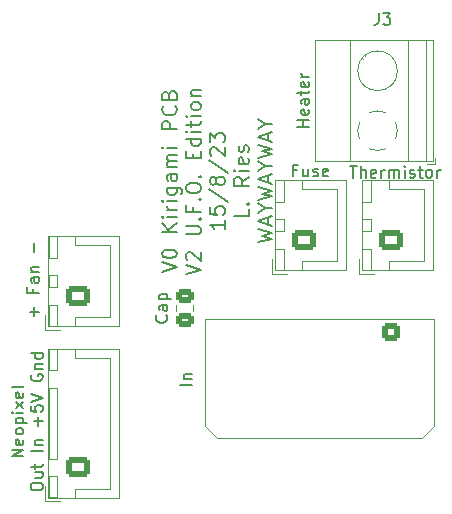
<source format=gto>
G04 #@! TF.GenerationSoftware,KiCad,Pcbnew,7.0.1*
G04 #@! TF.CreationDate,2023-09-20T22:51:36-04:00*
G04 #@! TF.ProjectId,kirigami_pcb,6b697269-6761-46d6-995f-7063622e6b69,rev?*
G04 #@! TF.SameCoordinates,Original*
G04 #@! TF.FileFunction,Legend,Top*
G04 #@! TF.FilePolarity,Positive*
%FSLAX46Y46*%
G04 Gerber Fmt 4.6, Leading zero omitted, Abs format (unit mm)*
G04 Created by KiCad (PCBNEW 7.0.1) date 2023-09-20 22:51:36*
%MOMM*%
%LPD*%
G01*
G04 APERTURE LIST*
G04 Aperture macros list*
%AMRoundRect*
0 Rectangle with rounded corners*
0 $1 Rounding radius*
0 $2 $3 $4 $5 $6 $7 $8 $9 X,Y pos of 4 corners*
0 Add a 4 corners polygon primitive as box body*
4,1,4,$2,$3,$4,$5,$6,$7,$8,$9,$2,$3,0*
0 Add four circle primitives for the rounded corners*
1,1,$1+$1,$2,$3*
1,1,$1+$1,$4,$5*
1,1,$1+$1,$6,$7*
1,1,$1+$1,$8,$9*
0 Add four rect primitives between the rounded corners*
20,1,$1+$1,$2,$3,$4,$5,0*
20,1,$1+$1,$4,$5,$6,$7,0*
20,1,$1+$1,$6,$7,$8,$9,0*
20,1,$1+$1,$8,$9,$2,$3,0*%
G04 Aperture macros list end*
%ADD10C,0.200000*%
%ADD11C,0.150000*%
%ADD12C,0.120000*%
%ADD13C,3.200000*%
%ADD14RoundRect,0.250000X0.750000X-0.600000X0.750000X0.600000X-0.750000X0.600000X-0.750000X-0.600000X0*%
%ADD15O,2.000000X1.700000*%
%ADD16RoundRect,0.250000X0.725000X-0.600000X0.725000X0.600000X-0.725000X0.600000X-0.725000X-0.600000X0*%
%ADD17O,1.950000X1.700000*%
%ADD18R,2.600000X2.600000*%
%ADD19C,2.600000*%
%ADD20RoundRect,0.250000X0.475000X-0.337500X0.475000X0.337500X-0.475000X0.337500X-0.475000X-0.337500X0*%
%ADD21C,3.000000*%
%ADD22RoundRect,0.250001X0.499999X0.499999X-0.499999X0.499999X-0.499999X-0.499999X0.499999X-0.499999X0*%
%ADD23C,1.500000*%
G04 APERTURE END LIST*
D10*
X208653273Y-56958333D02*
X209903273Y-56541666D01*
X209903273Y-56541666D02*
X208653273Y-56125000D01*
X208653273Y-55470237D02*
X208653273Y-55351190D01*
X208653273Y-55351190D02*
X208712797Y-55232142D01*
X208712797Y-55232142D02*
X208772321Y-55172618D01*
X208772321Y-55172618D02*
X208891369Y-55113094D01*
X208891369Y-55113094D02*
X209129464Y-55053571D01*
X209129464Y-55053571D02*
X209427083Y-55053571D01*
X209427083Y-55053571D02*
X209665178Y-55113094D01*
X209665178Y-55113094D02*
X209784226Y-55172618D01*
X209784226Y-55172618D02*
X209843750Y-55232142D01*
X209843750Y-55232142D02*
X209903273Y-55351190D01*
X209903273Y-55351190D02*
X209903273Y-55470237D01*
X209903273Y-55470237D02*
X209843750Y-55589285D01*
X209843750Y-55589285D02*
X209784226Y-55648809D01*
X209784226Y-55648809D02*
X209665178Y-55708332D01*
X209665178Y-55708332D02*
X209427083Y-55767856D01*
X209427083Y-55767856D02*
X209129464Y-55767856D01*
X209129464Y-55767856D02*
X208891369Y-55708332D01*
X208891369Y-55708332D02*
X208772321Y-55648809D01*
X208772321Y-55648809D02*
X208712797Y-55589285D01*
X208712797Y-55589285D02*
X208653273Y-55470237D01*
X209903273Y-53565475D02*
X208653273Y-53565475D01*
X209903273Y-52851190D02*
X209188988Y-53386904D01*
X208653273Y-52851190D02*
X209367559Y-53565475D01*
X209903273Y-52315475D02*
X209069940Y-52315475D01*
X208653273Y-52315475D02*
X208712797Y-52374999D01*
X208712797Y-52374999D02*
X208772321Y-52315475D01*
X208772321Y-52315475D02*
X208712797Y-52255952D01*
X208712797Y-52255952D02*
X208653273Y-52315475D01*
X208653273Y-52315475D02*
X208772321Y-52315475D01*
X209903273Y-51720237D02*
X209069940Y-51720237D01*
X209308035Y-51720237D02*
X209188988Y-51660714D01*
X209188988Y-51660714D02*
X209129464Y-51601190D01*
X209129464Y-51601190D02*
X209069940Y-51482142D01*
X209069940Y-51482142D02*
X209069940Y-51363095D01*
X209903273Y-50946427D02*
X209069940Y-50946427D01*
X208653273Y-50946427D02*
X208712797Y-51005951D01*
X208712797Y-51005951D02*
X208772321Y-50946427D01*
X208772321Y-50946427D02*
X208712797Y-50886904D01*
X208712797Y-50886904D02*
X208653273Y-50946427D01*
X208653273Y-50946427D02*
X208772321Y-50946427D01*
X209069940Y-49815475D02*
X210081845Y-49815475D01*
X210081845Y-49815475D02*
X210200892Y-49874999D01*
X210200892Y-49874999D02*
X210260416Y-49934523D01*
X210260416Y-49934523D02*
X210319940Y-50053570D01*
X210319940Y-50053570D02*
X210319940Y-50232142D01*
X210319940Y-50232142D02*
X210260416Y-50351189D01*
X209843750Y-49815475D02*
X209903273Y-49934523D01*
X209903273Y-49934523D02*
X209903273Y-50172618D01*
X209903273Y-50172618D02*
X209843750Y-50291666D01*
X209843750Y-50291666D02*
X209784226Y-50351189D01*
X209784226Y-50351189D02*
X209665178Y-50410713D01*
X209665178Y-50410713D02*
X209308035Y-50410713D01*
X209308035Y-50410713D02*
X209188988Y-50351189D01*
X209188988Y-50351189D02*
X209129464Y-50291666D01*
X209129464Y-50291666D02*
X209069940Y-50172618D01*
X209069940Y-50172618D02*
X209069940Y-49934523D01*
X209069940Y-49934523D02*
X209129464Y-49815475D01*
X209903273Y-48684523D02*
X209248511Y-48684523D01*
X209248511Y-48684523D02*
X209129464Y-48744047D01*
X209129464Y-48744047D02*
X209069940Y-48863095D01*
X209069940Y-48863095D02*
X209069940Y-49101190D01*
X209069940Y-49101190D02*
X209129464Y-49220237D01*
X209843750Y-48684523D02*
X209903273Y-48803571D01*
X209903273Y-48803571D02*
X209903273Y-49101190D01*
X209903273Y-49101190D02*
X209843750Y-49220237D01*
X209843750Y-49220237D02*
X209724702Y-49279761D01*
X209724702Y-49279761D02*
X209605654Y-49279761D01*
X209605654Y-49279761D02*
X209486607Y-49220237D01*
X209486607Y-49220237D02*
X209427083Y-49101190D01*
X209427083Y-49101190D02*
X209427083Y-48803571D01*
X209427083Y-48803571D02*
X209367559Y-48684523D01*
X209903273Y-48089285D02*
X209069940Y-48089285D01*
X209188988Y-48089285D02*
X209129464Y-48029762D01*
X209129464Y-48029762D02*
X209069940Y-47910714D01*
X209069940Y-47910714D02*
X209069940Y-47732143D01*
X209069940Y-47732143D02*
X209129464Y-47613095D01*
X209129464Y-47613095D02*
X209248511Y-47553571D01*
X209248511Y-47553571D02*
X209903273Y-47553571D01*
X209248511Y-47553571D02*
X209129464Y-47494047D01*
X209129464Y-47494047D02*
X209069940Y-47375000D01*
X209069940Y-47375000D02*
X209069940Y-47196428D01*
X209069940Y-47196428D02*
X209129464Y-47077381D01*
X209129464Y-47077381D02*
X209248511Y-47017857D01*
X209248511Y-47017857D02*
X209903273Y-47017857D01*
X209903273Y-46422618D02*
X209069940Y-46422618D01*
X208653273Y-46422618D02*
X208712797Y-46482142D01*
X208712797Y-46482142D02*
X208772321Y-46422618D01*
X208772321Y-46422618D02*
X208712797Y-46363095D01*
X208712797Y-46363095D02*
X208653273Y-46422618D01*
X208653273Y-46422618D02*
X208772321Y-46422618D01*
X209903273Y-44874999D02*
X208653273Y-44874999D01*
X208653273Y-44874999D02*
X208653273Y-44398809D01*
X208653273Y-44398809D02*
X208712797Y-44279761D01*
X208712797Y-44279761D02*
X208772321Y-44220238D01*
X208772321Y-44220238D02*
X208891369Y-44160714D01*
X208891369Y-44160714D02*
X209069940Y-44160714D01*
X209069940Y-44160714D02*
X209188988Y-44220238D01*
X209188988Y-44220238D02*
X209248511Y-44279761D01*
X209248511Y-44279761D02*
X209308035Y-44398809D01*
X209308035Y-44398809D02*
X209308035Y-44874999D01*
X209784226Y-42910714D02*
X209843750Y-42970238D01*
X209843750Y-42970238D02*
X209903273Y-43148809D01*
X209903273Y-43148809D02*
X209903273Y-43267857D01*
X209903273Y-43267857D02*
X209843750Y-43446428D01*
X209843750Y-43446428D02*
X209724702Y-43565476D01*
X209724702Y-43565476D02*
X209605654Y-43624999D01*
X209605654Y-43624999D02*
X209367559Y-43684523D01*
X209367559Y-43684523D02*
X209188988Y-43684523D01*
X209188988Y-43684523D02*
X208950892Y-43624999D01*
X208950892Y-43624999D02*
X208831845Y-43565476D01*
X208831845Y-43565476D02*
X208712797Y-43446428D01*
X208712797Y-43446428D02*
X208653273Y-43267857D01*
X208653273Y-43267857D02*
X208653273Y-43148809D01*
X208653273Y-43148809D02*
X208712797Y-42970238D01*
X208712797Y-42970238D02*
X208772321Y-42910714D01*
X209248511Y-41958333D02*
X209308035Y-41779761D01*
X209308035Y-41779761D02*
X209367559Y-41720238D01*
X209367559Y-41720238D02*
X209486607Y-41660714D01*
X209486607Y-41660714D02*
X209665178Y-41660714D01*
X209665178Y-41660714D02*
X209784226Y-41720238D01*
X209784226Y-41720238D02*
X209843750Y-41779761D01*
X209843750Y-41779761D02*
X209903273Y-41898809D01*
X209903273Y-41898809D02*
X209903273Y-42374999D01*
X209903273Y-42374999D02*
X208653273Y-42374999D01*
X208653273Y-42374999D02*
X208653273Y-41958333D01*
X208653273Y-41958333D02*
X208712797Y-41839285D01*
X208712797Y-41839285D02*
X208772321Y-41779761D01*
X208772321Y-41779761D02*
X208891369Y-41720238D01*
X208891369Y-41720238D02*
X209010416Y-41720238D01*
X209010416Y-41720238D02*
X209129464Y-41779761D01*
X209129464Y-41779761D02*
X209188988Y-41839285D01*
X209188988Y-41839285D02*
X209248511Y-41958333D01*
X209248511Y-41958333D02*
X209248511Y-42374999D01*
X210678273Y-57166666D02*
X211928273Y-56749999D01*
X211928273Y-56749999D02*
X210678273Y-56333333D01*
X210797321Y-55976189D02*
X210737797Y-55916665D01*
X210737797Y-55916665D02*
X210678273Y-55797618D01*
X210678273Y-55797618D02*
X210678273Y-55499999D01*
X210678273Y-55499999D02*
X210737797Y-55380951D01*
X210737797Y-55380951D02*
X210797321Y-55321427D01*
X210797321Y-55321427D02*
X210916369Y-55261904D01*
X210916369Y-55261904D02*
X211035416Y-55261904D01*
X211035416Y-55261904D02*
X211213988Y-55321427D01*
X211213988Y-55321427D02*
X211928273Y-56035713D01*
X211928273Y-56035713D02*
X211928273Y-55261904D01*
X210678273Y-53773808D02*
X211690178Y-53773808D01*
X211690178Y-53773808D02*
X211809226Y-53714285D01*
X211809226Y-53714285D02*
X211868750Y-53654761D01*
X211868750Y-53654761D02*
X211928273Y-53535713D01*
X211928273Y-53535713D02*
X211928273Y-53297618D01*
X211928273Y-53297618D02*
X211868750Y-53178570D01*
X211868750Y-53178570D02*
X211809226Y-53119047D01*
X211809226Y-53119047D02*
X211690178Y-53059523D01*
X211690178Y-53059523D02*
X210678273Y-53059523D01*
X211809226Y-52464284D02*
X211868750Y-52404761D01*
X211868750Y-52404761D02*
X211928273Y-52464284D01*
X211928273Y-52464284D02*
X211868750Y-52523808D01*
X211868750Y-52523808D02*
X211809226Y-52464284D01*
X211809226Y-52464284D02*
X211928273Y-52464284D01*
X211273511Y-51452380D02*
X211273511Y-51869046D01*
X211928273Y-51869046D02*
X210678273Y-51869046D01*
X210678273Y-51869046D02*
X210678273Y-51273808D01*
X211809226Y-50797617D02*
X211868750Y-50738094D01*
X211868750Y-50738094D02*
X211928273Y-50797617D01*
X211928273Y-50797617D02*
X211868750Y-50857141D01*
X211868750Y-50857141D02*
X211809226Y-50797617D01*
X211809226Y-50797617D02*
X211928273Y-50797617D01*
X210678273Y-49964284D02*
X210678273Y-49726189D01*
X210678273Y-49726189D02*
X210737797Y-49607141D01*
X210737797Y-49607141D02*
X210856845Y-49488094D01*
X210856845Y-49488094D02*
X211094940Y-49428570D01*
X211094940Y-49428570D02*
X211511607Y-49428570D01*
X211511607Y-49428570D02*
X211749702Y-49488094D01*
X211749702Y-49488094D02*
X211868750Y-49607141D01*
X211868750Y-49607141D02*
X211928273Y-49726189D01*
X211928273Y-49726189D02*
X211928273Y-49964284D01*
X211928273Y-49964284D02*
X211868750Y-50083332D01*
X211868750Y-50083332D02*
X211749702Y-50202379D01*
X211749702Y-50202379D02*
X211511607Y-50261903D01*
X211511607Y-50261903D02*
X211094940Y-50261903D01*
X211094940Y-50261903D02*
X210856845Y-50202379D01*
X210856845Y-50202379D02*
X210737797Y-50083332D01*
X210737797Y-50083332D02*
X210678273Y-49964284D01*
X211809226Y-48892855D02*
X211868750Y-48833332D01*
X211868750Y-48833332D02*
X211928273Y-48892855D01*
X211928273Y-48892855D02*
X211868750Y-48952379D01*
X211868750Y-48952379D02*
X211809226Y-48892855D01*
X211809226Y-48892855D02*
X211928273Y-48892855D01*
X211273511Y-47345236D02*
X211273511Y-46928570D01*
X211928273Y-46749998D02*
X211928273Y-47345236D01*
X211928273Y-47345236D02*
X210678273Y-47345236D01*
X210678273Y-47345236D02*
X210678273Y-46749998D01*
X211928273Y-45678570D02*
X210678273Y-45678570D01*
X211868750Y-45678570D02*
X211928273Y-45797618D01*
X211928273Y-45797618D02*
X211928273Y-46035713D01*
X211928273Y-46035713D02*
X211868750Y-46154761D01*
X211868750Y-46154761D02*
X211809226Y-46214284D01*
X211809226Y-46214284D02*
X211690178Y-46273808D01*
X211690178Y-46273808D02*
X211333035Y-46273808D01*
X211333035Y-46273808D02*
X211213988Y-46214284D01*
X211213988Y-46214284D02*
X211154464Y-46154761D01*
X211154464Y-46154761D02*
X211094940Y-46035713D01*
X211094940Y-46035713D02*
X211094940Y-45797618D01*
X211094940Y-45797618D02*
X211154464Y-45678570D01*
X211928273Y-45083332D02*
X211094940Y-45083332D01*
X210678273Y-45083332D02*
X210737797Y-45142856D01*
X210737797Y-45142856D02*
X210797321Y-45083332D01*
X210797321Y-45083332D02*
X210737797Y-45023809D01*
X210737797Y-45023809D02*
X210678273Y-45083332D01*
X210678273Y-45083332D02*
X210797321Y-45083332D01*
X211094940Y-44666666D02*
X211094940Y-44190475D01*
X210678273Y-44488094D02*
X211749702Y-44488094D01*
X211749702Y-44488094D02*
X211868750Y-44428571D01*
X211868750Y-44428571D02*
X211928273Y-44309523D01*
X211928273Y-44309523D02*
X211928273Y-44190475D01*
X211928273Y-43773808D02*
X211094940Y-43773808D01*
X210678273Y-43773808D02*
X210737797Y-43833332D01*
X210737797Y-43833332D02*
X210797321Y-43773808D01*
X210797321Y-43773808D02*
X210737797Y-43714285D01*
X210737797Y-43714285D02*
X210678273Y-43773808D01*
X210678273Y-43773808D02*
X210797321Y-43773808D01*
X211928273Y-42999999D02*
X211868750Y-43119047D01*
X211868750Y-43119047D02*
X211809226Y-43178570D01*
X211809226Y-43178570D02*
X211690178Y-43238094D01*
X211690178Y-43238094D02*
X211333035Y-43238094D01*
X211333035Y-43238094D02*
X211213988Y-43178570D01*
X211213988Y-43178570D02*
X211154464Y-43119047D01*
X211154464Y-43119047D02*
X211094940Y-42999999D01*
X211094940Y-42999999D02*
X211094940Y-42821428D01*
X211094940Y-42821428D02*
X211154464Y-42702380D01*
X211154464Y-42702380D02*
X211213988Y-42642856D01*
X211213988Y-42642856D02*
X211333035Y-42583332D01*
X211333035Y-42583332D02*
X211690178Y-42583332D01*
X211690178Y-42583332D02*
X211809226Y-42642856D01*
X211809226Y-42642856D02*
X211868750Y-42702380D01*
X211868750Y-42702380D02*
X211928273Y-42821428D01*
X211928273Y-42821428D02*
X211928273Y-42999999D01*
X211094940Y-42047618D02*
X211928273Y-42047618D01*
X211213988Y-42047618D02*
X211154464Y-41988095D01*
X211154464Y-41988095D02*
X211094940Y-41869047D01*
X211094940Y-41869047D02*
X211094940Y-41690476D01*
X211094940Y-41690476D02*
X211154464Y-41571428D01*
X211154464Y-41571428D02*
X211273511Y-41511904D01*
X211273511Y-41511904D02*
X211928273Y-41511904D01*
X213953273Y-52583333D02*
X213953273Y-53297618D01*
X213953273Y-52940475D02*
X212703273Y-52940475D01*
X212703273Y-52940475D02*
X212881845Y-53059523D01*
X212881845Y-53059523D02*
X213000892Y-53178571D01*
X213000892Y-53178571D02*
X213060416Y-53297618D01*
X212703273Y-51452380D02*
X212703273Y-52047618D01*
X212703273Y-52047618D02*
X213298511Y-52107142D01*
X213298511Y-52107142D02*
X213238988Y-52047618D01*
X213238988Y-52047618D02*
X213179464Y-51928571D01*
X213179464Y-51928571D02*
X213179464Y-51630952D01*
X213179464Y-51630952D02*
X213238988Y-51511904D01*
X213238988Y-51511904D02*
X213298511Y-51452380D01*
X213298511Y-51452380D02*
X213417559Y-51392857D01*
X213417559Y-51392857D02*
X213715178Y-51392857D01*
X213715178Y-51392857D02*
X213834226Y-51452380D01*
X213834226Y-51452380D02*
X213893750Y-51511904D01*
X213893750Y-51511904D02*
X213953273Y-51630952D01*
X213953273Y-51630952D02*
X213953273Y-51928571D01*
X213953273Y-51928571D02*
X213893750Y-52047618D01*
X213893750Y-52047618D02*
X213834226Y-52107142D01*
X212643750Y-49964285D02*
X214250892Y-51035714D01*
X213238988Y-49369047D02*
X213179464Y-49488095D01*
X213179464Y-49488095D02*
X213119940Y-49547618D01*
X213119940Y-49547618D02*
X213000892Y-49607142D01*
X213000892Y-49607142D02*
X212941369Y-49607142D01*
X212941369Y-49607142D02*
X212822321Y-49547618D01*
X212822321Y-49547618D02*
X212762797Y-49488095D01*
X212762797Y-49488095D02*
X212703273Y-49369047D01*
X212703273Y-49369047D02*
X212703273Y-49130952D01*
X212703273Y-49130952D02*
X212762797Y-49011904D01*
X212762797Y-49011904D02*
X212822321Y-48952380D01*
X212822321Y-48952380D02*
X212941369Y-48892857D01*
X212941369Y-48892857D02*
X213000892Y-48892857D01*
X213000892Y-48892857D02*
X213119940Y-48952380D01*
X213119940Y-48952380D02*
X213179464Y-49011904D01*
X213179464Y-49011904D02*
X213238988Y-49130952D01*
X213238988Y-49130952D02*
X213238988Y-49369047D01*
X213238988Y-49369047D02*
X213298511Y-49488095D01*
X213298511Y-49488095D02*
X213358035Y-49547618D01*
X213358035Y-49547618D02*
X213477083Y-49607142D01*
X213477083Y-49607142D02*
X213715178Y-49607142D01*
X213715178Y-49607142D02*
X213834226Y-49547618D01*
X213834226Y-49547618D02*
X213893750Y-49488095D01*
X213893750Y-49488095D02*
X213953273Y-49369047D01*
X213953273Y-49369047D02*
X213953273Y-49130952D01*
X213953273Y-49130952D02*
X213893750Y-49011904D01*
X213893750Y-49011904D02*
X213834226Y-48952380D01*
X213834226Y-48952380D02*
X213715178Y-48892857D01*
X213715178Y-48892857D02*
X213477083Y-48892857D01*
X213477083Y-48892857D02*
X213358035Y-48952380D01*
X213358035Y-48952380D02*
X213298511Y-49011904D01*
X213298511Y-49011904D02*
X213238988Y-49130952D01*
X212643750Y-47464285D02*
X214250892Y-48535714D01*
X212822321Y-47107142D02*
X212762797Y-47047618D01*
X212762797Y-47047618D02*
X212703273Y-46928571D01*
X212703273Y-46928571D02*
X212703273Y-46630952D01*
X212703273Y-46630952D02*
X212762797Y-46511904D01*
X212762797Y-46511904D02*
X212822321Y-46452380D01*
X212822321Y-46452380D02*
X212941369Y-46392857D01*
X212941369Y-46392857D02*
X213060416Y-46392857D01*
X213060416Y-46392857D02*
X213238988Y-46452380D01*
X213238988Y-46452380D02*
X213953273Y-47166666D01*
X213953273Y-47166666D02*
X213953273Y-46392857D01*
X212703273Y-45976190D02*
X212703273Y-45202381D01*
X212703273Y-45202381D02*
X213179464Y-45619047D01*
X213179464Y-45619047D02*
X213179464Y-45440476D01*
X213179464Y-45440476D02*
X213238988Y-45321428D01*
X213238988Y-45321428D02*
X213298511Y-45261904D01*
X213298511Y-45261904D02*
X213417559Y-45202381D01*
X213417559Y-45202381D02*
X213715178Y-45202381D01*
X213715178Y-45202381D02*
X213834226Y-45261904D01*
X213834226Y-45261904D02*
X213893750Y-45321428D01*
X213893750Y-45321428D02*
X213953273Y-45440476D01*
X213953273Y-45440476D02*
X213953273Y-45797619D01*
X213953273Y-45797619D02*
X213893750Y-45916666D01*
X213893750Y-45916666D02*
X213834226Y-45976190D01*
X215978273Y-51601190D02*
X215978273Y-52196428D01*
X215978273Y-52196428D02*
X214728273Y-52196428D01*
X215859226Y-51184523D02*
X215918750Y-51125000D01*
X215918750Y-51125000D02*
X215978273Y-51184523D01*
X215978273Y-51184523D02*
X215918750Y-51244047D01*
X215918750Y-51244047D02*
X215859226Y-51184523D01*
X215859226Y-51184523D02*
X215978273Y-51184523D01*
X215978273Y-48922619D02*
X215383035Y-49339285D01*
X215978273Y-49636904D02*
X214728273Y-49636904D01*
X214728273Y-49636904D02*
X214728273Y-49160714D01*
X214728273Y-49160714D02*
X214787797Y-49041666D01*
X214787797Y-49041666D02*
X214847321Y-48982143D01*
X214847321Y-48982143D02*
X214966369Y-48922619D01*
X214966369Y-48922619D02*
X215144940Y-48922619D01*
X215144940Y-48922619D02*
X215263988Y-48982143D01*
X215263988Y-48982143D02*
X215323511Y-49041666D01*
X215323511Y-49041666D02*
X215383035Y-49160714D01*
X215383035Y-49160714D02*
X215383035Y-49636904D01*
X215978273Y-48386904D02*
X215144940Y-48386904D01*
X214728273Y-48386904D02*
X214787797Y-48446428D01*
X214787797Y-48446428D02*
X214847321Y-48386904D01*
X214847321Y-48386904D02*
X214787797Y-48327381D01*
X214787797Y-48327381D02*
X214728273Y-48386904D01*
X214728273Y-48386904D02*
X214847321Y-48386904D01*
X215918750Y-47315476D02*
X215978273Y-47434524D01*
X215978273Y-47434524D02*
X215978273Y-47672619D01*
X215978273Y-47672619D02*
X215918750Y-47791666D01*
X215918750Y-47791666D02*
X215799702Y-47851190D01*
X215799702Y-47851190D02*
X215323511Y-47851190D01*
X215323511Y-47851190D02*
X215204464Y-47791666D01*
X215204464Y-47791666D02*
X215144940Y-47672619D01*
X215144940Y-47672619D02*
X215144940Y-47434524D01*
X215144940Y-47434524D02*
X215204464Y-47315476D01*
X215204464Y-47315476D02*
X215323511Y-47255952D01*
X215323511Y-47255952D02*
X215442559Y-47255952D01*
X215442559Y-47255952D02*
X215561607Y-47851190D01*
X215918750Y-46779761D02*
X215978273Y-46660714D01*
X215978273Y-46660714D02*
X215978273Y-46422618D01*
X215978273Y-46422618D02*
X215918750Y-46303571D01*
X215918750Y-46303571D02*
X215799702Y-46244047D01*
X215799702Y-46244047D02*
X215740178Y-46244047D01*
X215740178Y-46244047D02*
X215621130Y-46303571D01*
X215621130Y-46303571D02*
X215561607Y-46422618D01*
X215561607Y-46422618D02*
X215561607Y-46601190D01*
X215561607Y-46601190D02*
X215502083Y-46720237D01*
X215502083Y-46720237D02*
X215383035Y-46779761D01*
X215383035Y-46779761D02*
X215323511Y-46779761D01*
X215323511Y-46779761D02*
X215204464Y-46720237D01*
X215204464Y-46720237D02*
X215144940Y-46601190D01*
X215144940Y-46601190D02*
X215144940Y-46422618D01*
X215144940Y-46422618D02*
X215204464Y-46303571D01*
X216753273Y-54428571D02*
X218003273Y-54130952D01*
X218003273Y-54130952D02*
X217110416Y-53892857D01*
X217110416Y-53892857D02*
X218003273Y-53654762D01*
X218003273Y-53654762D02*
X216753273Y-53357143D01*
X217646130Y-52940476D02*
X217646130Y-52345238D01*
X218003273Y-53059524D02*
X216753273Y-52642857D01*
X216753273Y-52642857D02*
X218003273Y-52226191D01*
X217408035Y-51571428D02*
X218003273Y-51571428D01*
X216753273Y-51988095D02*
X217408035Y-51571428D01*
X217408035Y-51571428D02*
X216753273Y-51154762D01*
X216753273Y-50857142D02*
X218003273Y-50559523D01*
X218003273Y-50559523D02*
X217110416Y-50321428D01*
X217110416Y-50321428D02*
X218003273Y-50083333D01*
X218003273Y-50083333D02*
X216753273Y-49785714D01*
X217646130Y-49369047D02*
X217646130Y-48773809D01*
X218003273Y-49488095D02*
X216753273Y-49071428D01*
X216753273Y-49071428D02*
X218003273Y-48654762D01*
X217408035Y-47999999D02*
X218003273Y-47999999D01*
X216753273Y-48416666D02*
X217408035Y-47999999D01*
X217408035Y-47999999D02*
X216753273Y-47583333D01*
X216753273Y-47285713D02*
X218003273Y-46988094D01*
X218003273Y-46988094D02*
X217110416Y-46749999D01*
X217110416Y-46749999D02*
X218003273Y-46511904D01*
X218003273Y-46511904D02*
X216753273Y-46214285D01*
X217646130Y-45797618D02*
X217646130Y-45202380D01*
X218003273Y-45916666D02*
X216753273Y-45499999D01*
X216753273Y-45499999D02*
X218003273Y-45083333D01*
X217408035Y-44428570D02*
X218003273Y-44428570D01*
X216753273Y-44845237D02*
X217408035Y-44428570D01*
X217408035Y-44428570D02*
X216753273Y-44011904D01*
D11*
X221102619Y-44650476D02*
X220102619Y-44650476D01*
X220578809Y-44650476D02*
X220578809Y-44079048D01*
X221102619Y-44079048D02*
X220102619Y-44079048D01*
X221055000Y-43221905D02*
X221102619Y-43317143D01*
X221102619Y-43317143D02*
X221102619Y-43507619D01*
X221102619Y-43507619D02*
X221055000Y-43602857D01*
X221055000Y-43602857D02*
X220959761Y-43650476D01*
X220959761Y-43650476D02*
X220578809Y-43650476D01*
X220578809Y-43650476D02*
X220483571Y-43602857D01*
X220483571Y-43602857D02*
X220435952Y-43507619D01*
X220435952Y-43507619D02*
X220435952Y-43317143D01*
X220435952Y-43317143D02*
X220483571Y-43221905D01*
X220483571Y-43221905D02*
X220578809Y-43174286D01*
X220578809Y-43174286D02*
X220674047Y-43174286D01*
X220674047Y-43174286D02*
X220769285Y-43650476D01*
X221102619Y-42317143D02*
X220578809Y-42317143D01*
X220578809Y-42317143D02*
X220483571Y-42364762D01*
X220483571Y-42364762D02*
X220435952Y-42460000D01*
X220435952Y-42460000D02*
X220435952Y-42650476D01*
X220435952Y-42650476D02*
X220483571Y-42745714D01*
X221055000Y-42317143D02*
X221102619Y-42412381D01*
X221102619Y-42412381D02*
X221102619Y-42650476D01*
X221102619Y-42650476D02*
X221055000Y-42745714D01*
X221055000Y-42745714D02*
X220959761Y-42793333D01*
X220959761Y-42793333D02*
X220864523Y-42793333D01*
X220864523Y-42793333D02*
X220769285Y-42745714D01*
X220769285Y-42745714D02*
X220721666Y-42650476D01*
X220721666Y-42650476D02*
X220721666Y-42412381D01*
X220721666Y-42412381D02*
X220674047Y-42317143D01*
X220435952Y-41983809D02*
X220435952Y-41602857D01*
X220102619Y-41840952D02*
X220959761Y-41840952D01*
X220959761Y-41840952D02*
X221055000Y-41793333D01*
X221055000Y-41793333D02*
X221102619Y-41698095D01*
X221102619Y-41698095D02*
X221102619Y-41602857D01*
X221055000Y-40888571D02*
X221102619Y-40983809D01*
X221102619Y-40983809D02*
X221102619Y-41174285D01*
X221102619Y-41174285D02*
X221055000Y-41269523D01*
X221055000Y-41269523D02*
X220959761Y-41317142D01*
X220959761Y-41317142D02*
X220578809Y-41317142D01*
X220578809Y-41317142D02*
X220483571Y-41269523D01*
X220483571Y-41269523D02*
X220435952Y-41174285D01*
X220435952Y-41174285D02*
X220435952Y-40983809D01*
X220435952Y-40983809D02*
X220483571Y-40888571D01*
X220483571Y-40888571D02*
X220578809Y-40840952D01*
X220578809Y-40840952D02*
X220674047Y-40840952D01*
X220674047Y-40840952D02*
X220769285Y-41317142D01*
X221102619Y-40412380D02*
X220435952Y-40412380D01*
X220626428Y-40412380D02*
X220531190Y-40364761D01*
X220531190Y-40364761D02*
X220483571Y-40317142D01*
X220483571Y-40317142D02*
X220435952Y-40221904D01*
X220435952Y-40221904D02*
X220435952Y-40126666D01*
X197851666Y-60705237D02*
X197851666Y-59943333D01*
X198232619Y-60324285D02*
X197470714Y-60324285D01*
X197708809Y-58371904D02*
X197708809Y-58705237D01*
X198232619Y-58705237D02*
X197232619Y-58705237D01*
X197232619Y-58705237D02*
X197232619Y-58229047D01*
X198232619Y-57419523D02*
X197708809Y-57419523D01*
X197708809Y-57419523D02*
X197613571Y-57467142D01*
X197613571Y-57467142D02*
X197565952Y-57562380D01*
X197565952Y-57562380D02*
X197565952Y-57752856D01*
X197565952Y-57752856D02*
X197613571Y-57848094D01*
X198185000Y-57419523D02*
X198232619Y-57514761D01*
X198232619Y-57514761D02*
X198232619Y-57752856D01*
X198232619Y-57752856D02*
X198185000Y-57848094D01*
X198185000Y-57848094D02*
X198089761Y-57895713D01*
X198089761Y-57895713D02*
X197994523Y-57895713D01*
X197994523Y-57895713D02*
X197899285Y-57848094D01*
X197899285Y-57848094D02*
X197851666Y-57752856D01*
X197851666Y-57752856D02*
X197851666Y-57514761D01*
X197851666Y-57514761D02*
X197804047Y-57419523D01*
X197565952Y-56943332D02*
X198232619Y-56943332D01*
X197661190Y-56943332D02*
X197613571Y-56895713D01*
X197613571Y-56895713D02*
X197565952Y-56800475D01*
X197565952Y-56800475D02*
X197565952Y-56657618D01*
X197565952Y-56657618D02*
X197613571Y-56562380D01*
X197613571Y-56562380D02*
X197708809Y-56514761D01*
X197708809Y-56514761D02*
X198232619Y-56514761D01*
X197851666Y-55276665D02*
X197851666Y-54514761D01*
X209007380Y-60615238D02*
X209055000Y-60662857D01*
X209055000Y-60662857D02*
X209102619Y-60805714D01*
X209102619Y-60805714D02*
X209102619Y-60900952D01*
X209102619Y-60900952D02*
X209055000Y-61043809D01*
X209055000Y-61043809D02*
X208959761Y-61139047D01*
X208959761Y-61139047D02*
X208864523Y-61186666D01*
X208864523Y-61186666D02*
X208674047Y-61234285D01*
X208674047Y-61234285D02*
X208531190Y-61234285D01*
X208531190Y-61234285D02*
X208340714Y-61186666D01*
X208340714Y-61186666D02*
X208245476Y-61139047D01*
X208245476Y-61139047D02*
X208150238Y-61043809D01*
X208150238Y-61043809D02*
X208102619Y-60900952D01*
X208102619Y-60900952D02*
X208102619Y-60805714D01*
X208102619Y-60805714D02*
X208150238Y-60662857D01*
X208150238Y-60662857D02*
X208197857Y-60615238D01*
X209102619Y-59758095D02*
X208578809Y-59758095D01*
X208578809Y-59758095D02*
X208483571Y-59805714D01*
X208483571Y-59805714D02*
X208435952Y-59900952D01*
X208435952Y-59900952D02*
X208435952Y-60091428D01*
X208435952Y-60091428D02*
X208483571Y-60186666D01*
X209055000Y-59758095D02*
X209102619Y-59853333D01*
X209102619Y-59853333D02*
X209102619Y-60091428D01*
X209102619Y-60091428D02*
X209055000Y-60186666D01*
X209055000Y-60186666D02*
X208959761Y-60234285D01*
X208959761Y-60234285D02*
X208864523Y-60234285D01*
X208864523Y-60234285D02*
X208769285Y-60186666D01*
X208769285Y-60186666D02*
X208721666Y-60091428D01*
X208721666Y-60091428D02*
X208721666Y-59853333D01*
X208721666Y-59853333D02*
X208674047Y-59758095D01*
X208435952Y-59281904D02*
X209435952Y-59281904D01*
X208483571Y-59281904D02*
X208435952Y-59186666D01*
X208435952Y-59186666D02*
X208435952Y-58996190D01*
X208435952Y-58996190D02*
X208483571Y-58900952D01*
X208483571Y-58900952D02*
X208531190Y-58853333D01*
X208531190Y-58853333D02*
X208626428Y-58805714D01*
X208626428Y-58805714D02*
X208912142Y-58805714D01*
X208912142Y-58805714D02*
X209007380Y-58853333D01*
X209007380Y-58853333D02*
X209055000Y-58900952D01*
X209055000Y-58900952D02*
X209102619Y-58996190D01*
X209102619Y-58996190D02*
X209102619Y-59186666D01*
X209102619Y-59186666D02*
X209055000Y-59281904D01*
X224566666Y-47962619D02*
X225138094Y-47962619D01*
X224852380Y-48962619D02*
X224852380Y-47962619D01*
X225471428Y-48962619D02*
X225471428Y-47962619D01*
X225899999Y-48962619D02*
X225899999Y-48438809D01*
X225899999Y-48438809D02*
X225852380Y-48343571D01*
X225852380Y-48343571D02*
X225757142Y-48295952D01*
X225757142Y-48295952D02*
X225614285Y-48295952D01*
X225614285Y-48295952D02*
X225519047Y-48343571D01*
X225519047Y-48343571D02*
X225471428Y-48391190D01*
X226757142Y-48915000D02*
X226661904Y-48962619D01*
X226661904Y-48962619D02*
X226471428Y-48962619D01*
X226471428Y-48962619D02*
X226376190Y-48915000D01*
X226376190Y-48915000D02*
X226328571Y-48819761D01*
X226328571Y-48819761D02*
X226328571Y-48438809D01*
X226328571Y-48438809D02*
X226376190Y-48343571D01*
X226376190Y-48343571D02*
X226471428Y-48295952D01*
X226471428Y-48295952D02*
X226661904Y-48295952D01*
X226661904Y-48295952D02*
X226757142Y-48343571D01*
X226757142Y-48343571D02*
X226804761Y-48438809D01*
X226804761Y-48438809D02*
X226804761Y-48534047D01*
X226804761Y-48534047D02*
X226328571Y-48629285D01*
X227233333Y-48962619D02*
X227233333Y-48295952D01*
X227233333Y-48486428D02*
X227280952Y-48391190D01*
X227280952Y-48391190D02*
X227328571Y-48343571D01*
X227328571Y-48343571D02*
X227423809Y-48295952D01*
X227423809Y-48295952D02*
X227519047Y-48295952D01*
X227852381Y-48962619D02*
X227852381Y-48295952D01*
X227852381Y-48391190D02*
X227900000Y-48343571D01*
X227900000Y-48343571D02*
X227995238Y-48295952D01*
X227995238Y-48295952D02*
X228138095Y-48295952D01*
X228138095Y-48295952D02*
X228233333Y-48343571D01*
X228233333Y-48343571D02*
X228280952Y-48438809D01*
X228280952Y-48438809D02*
X228280952Y-48962619D01*
X228280952Y-48438809D02*
X228328571Y-48343571D01*
X228328571Y-48343571D02*
X228423809Y-48295952D01*
X228423809Y-48295952D02*
X228566666Y-48295952D01*
X228566666Y-48295952D02*
X228661905Y-48343571D01*
X228661905Y-48343571D02*
X228709524Y-48438809D01*
X228709524Y-48438809D02*
X228709524Y-48962619D01*
X229185714Y-48962619D02*
X229185714Y-48295952D01*
X229185714Y-47962619D02*
X229138095Y-48010238D01*
X229138095Y-48010238D02*
X229185714Y-48057857D01*
X229185714Y-48057857D02*
X229233333Y-48010238D01*
X229233333Y-48010238D02*
X229185714Y-47962619D01*
X229185714Y-47962619D02*
X229185714Y-48057857D01*
X229614285Y-48915000D02*
X229709523Y-48962619D01*
X229709523Y-48962619D02*
X229899999Y-48962619D01*
X229899999Y-48962619D02*
X229995237Y-48915000D01*
X229995237Y-48915000D02*
X230042856Y-48819761D01*
X230042856Y-48819761D02*
X230042856Y-48772142D01*
X230042856Y-48772142D02*
X229995237Y-48676904D01*
X229995237Y-48676904D02*
X229899999Y-48629285D01*
X229899999Y-48629285D02*
X229757142Y-48629285D01*
X229757142Y-48629285D02*
X229661904Y-48581666D01*
X229661904Y-48581666D02*
X229614285Y-48486428D01*
X229614285Y-48486428D02*
X229614285Y-48438809D01*
X229614285Y-48438809D02*
X229661904Y-48343571D01*
X229661904Y-48343571D02*
X229757142Y-48295952D01*
X229757142Y-48295952D02*
X229899999Y-48295952D01*
X229899999Y-48295952D02*
X229995237Y-48343571D01*
X230328571Y-48295952D02*
X230709523Y-48295952D01*
X230471428Y-47962619D02*
X230471428Y-48819761D01*
X230471428Y-48819761D02*
X230519047Y-48915000D01*
X230519047Y-48915000D02*
X230614285Y-48962619D01*
X230614285Y-48962619D02*
X230709523Y-48962619D01*
X231185714Y-48962619D02*
X231090476Y-48915000D01*
X231090476Y-48915000D02*
X231042857Y-48867380D01*
X231042857Y-48867380D02*
X230995238Y-48772142D01*
X230995238Y-48772142D02*
X230995238Y-48486428D01*
X230995238Y-48486428D02*
X231042857Y-48391190D01*
X231042857Y-48391190D02*
X231090476Y-48343571D01*
X231090476Y-48343571D02*
X231185714Y-48295952D01*
X231185714Y-48295952D02*
X231328571Y-48295952D01*
X231328571Y-48295952D02*
X231423809Y-48343571D01*
X231423809Y-48343571D02*
X231471428Y-48391190D01*
X231471428Y-48391190D02*
X231519047Y-48486428D01*
X231519047Y-48486428D02*
X231519047Y-48772142D01*
X231519047Y-48772142D02*
X231471428Y-48867380D01*
X231471428Y-48867380D02*
X231423809Y-48915000D01*
X231423809Y-48915000D02*
X231328571Y-48962619D01*
X231328571Y-48962619D02*
X231185714Y-48962619D01*
X231947619Y-48962619D02*
X231947619Y-48295952D01*
X231947619Y-48486428D02*
X231995238Y-48391190D01*
X231995238Y-48391190D02*
X232042857Y-48343571D01*
X232042857Y-48343571D02*
X232138095Y-48295952D01*
X232138095Y-48295952D02*
X232233333Y-48295952D01*
X220057142Y-48338809D02*
X219723809Y-48338809D01*
X219723809Y-48862619D02*
X219723809Y-47862619D01*
X219723809Y-47862619D02*
X220199999Y-47862619D01*
X221009523Y-48195952D02*
X221009523Y-48862619D01*
X220580952Y-48195952D02*
X220580952Y-48719761D01*
X220580952Y-48719761D02*
X220628571Y-48815000D01*
X220628571Y-48815000D02*
X220723809Y-48862619D01*
X220723809Y-48862619D02*
X220866666Y-48862619D01*
X220866666Y-48862619D02*
X220961904Y-48815000D01*
X220961904Y-48815000D02*
X221009523Y-48767380D01*
X221438095Y-48815000D02*
X221533333Y-48862619D01*
X221533333Y-48862619D02*
X221723809Y-48862619D01*
X221723809Y-48862619D02*
X221819047Y-48815000D01*
X221819047Y-48815000D02*
X221866666Y-48719761D01*
X221866666Y-48719761D02*
X221866666Y-48672142D01*
X221866666Y-48672142D02*
X221819047Y-48576904D01*
X221819047Y-48576904D02*
X221723809Y-48529285D01*
X221723809Y-48529285D02*
X221580952Y-48529285D01*
X221580952Y-48529285D02*
X221485714Y-48481666D01*
X221485714Y-48481666D02*
X221438095Y-48386428D01*
X221438095Y-48386428D02*
X221438095Y-48338809D01*
X221438095Y-48338809D02*
X221485714Y-48243571D01*
X221485714Y-48243571D02*
X221580952Y-48195952D01*
X221580952Y-48195952D02*
X221723809Y-48195952D01*
X221723809Y-48195952D02*
X221819047Y-48243571D01*
X222676190Y-48815000D02*
X222580952Y-48862619D01*
X222580952Y-48862619D02*
X222390476Y-48862619D01*
X222390476Y-48862619D02*
X222295238Y-48815000D01*
X222295238Y-48815000D02*
X222247619Y-48719761D01*
X222247619Y-48719761D02*
X222247619Y-48338809D01*
X222247619Y-48338809D02*
X222295238Y-48243571D01*
X222295238Y-48243571D02*
X222390476Y-48195952D01*
X222390476Y-48195952D02*
X222580952Y-48195952D01*
X222580952Y-48195952D02*
X222676190Y-48243571D01*
X222676190Y-48243571D02*
X222723809Y-48338809D01*
X222723809Y-48338809D02*
X222723809Y-48434047D01*
X222723809Y-48434047D02*
X222247619Y-48529285D01*
X211152619Y-66512380D02*
X210152619Y-66512380D01*
X210485952Y-66036190D02*
X211152619Y-66036190D01*
X210581190Y-66036190D02*
X210533571Y-65988571D01*
X210533571Y-65988571D02*
X210485952Y-65893333D01*
X210485952Y-65893333D02*
X210485952Y-65750476D01*
X210485952Y-65750476D02*
X210533571Y-65655238D01*
X210533571Y-65655238D02*
X210628809Y-65607619D01*
X210628809Y-65607619D02*
X211152619Y-65607619D01*
X196922619Y-72572380D02*
X195922619Y-72572380D01*
X195922619Y-72572380D02*
X196922619Y-72000952D01*
X196922619Y-72000952D02*
X195922619Y-72000952D01*
X196875000Y-71143809D02*
X196922619Y-71239047D01*
X196922619Y-71239047D02*
X196922619Y-71429523D01*
X196922619Y-71429523D02*
X196875000Y-71524761D01*
X196875000Y-71524761D02*
X196779761Y-71572380D01*
X196779761Y-71572380D02*
X196398809Y-71572380D01*
X196398809Y-71572380D02*
X196303571Y-71524761D01*
X196303571Y-71524761D02*
X196255952Y-71429523D01*
X196255952Y-71429523D02*
X196255952Y-71239047D01*
X196255952Y-71239047D02*
X196303571Y-71143809D01*
X196303571Y-71143809D02*
X196398809Y-71096190D01*
X196398809Y-71096190D02*
X196494047Y-71096190D01*
X196494047Y-71096190D02*
X196589285Y-71572380D01*
X196922619Y-70524761D02*
X196875000Y-70619999D01*
X196875000Y-70619999D02*
X196827380Y-70667618D01*
X196827380Y-70667618D02*
X196732142Y-70715237D01*
X196732142Y-70715237D02*
X196446428Y-70715237D01*
X196446428Y-70715237D02*
X196351190Y-70667618D01*
X196351190Y-70667618D02*
X196303571Y-70619999D01*
X196303571Y-70619999D02*
X196255952Y-70524761D01*
X196255952Y-70524761D02*
X196255952Y-70381904D01*
X196255952Y-70381904D02*
X196303571Y-70286666D01*
X196303571Y-70286666D02*
X196351190Y-70239047D01*
X196351190Y-70239047D02*
X196446428Y-70191428D01*
X196446428Y-70191428D02*
X196732142Y-70191428D01*
X196732142Y-70191428D02*
X196827380Y-70239047D01*
X196827380Y-70239047D02*
X196875000Y-70286666D01*
X196875000Y-70286666D02*
X196922619Y-70381904D01*
X196922619Y-70381904D02*
X196922619Y-70524761D01*
X196255952Y-69762856D02*
X197255952Y-69762856D01*
X196303571Y-69762856D02*
X196255952Y-69667618D01*
X196255952Y-69667618D02*
X196255952Y-69477142D01*
X196255952Y-69477142D02*
X196303571Y-69381904D01*
X196303571Y-69381904D02*
X196351190Y-69334285D01*
X196351190Y-69334285D02*
X196446428Y-69286666D01*
X196446428Y-69286666D02*
X196732142Y-69286666D01*
X196732142Y-69286666D02*
X196827380Y-69334285D01*
X196827380Y-69334285D02*
X196875000Y-69381904D01*
X196875000Y-69381904D02*
X196922619Y-69477142D01*
X196922619Y-69477142D02*
X196922619Y-69667618D01*
X196922619Y-69667618D02*
X196875000Y-69762856D01*
X196922619Y-68858094D02*
X196255952Y-68858094D01*
X195922619Y-68858094D02*
X195970238Y-68905713D01*
X195970238Y-68905713D02*
X196017857Y-68858094D01*
X196017857Y-68858094D02*
X195970238Y-68810475D01*
X195970238Y-68810475D02*
X195922619Y-68858094D01*
X195922619Y-68858094D02*
X196017857Y-68858094D01*
X196922619Y-68477142D02*
X196255952Y-67953333D01*
X196255952Y-68477142D02*
X196922619Y-67953333D01*
X196875000Y-67191428D02*
X196922619Y-67286666D01*
X196922619Y-67286666D02*
X196922619Y-67477142D01*
X196922619Y-67477142D02*
X196875000Y-67572380D01*
X196875000Y-67572380D02*
X196779761Y-67619999D01*
X196779761Y-67619999D02*
X196398809Y-67619999D01*
X196398809Y-67619999D02*
X196303571Y-67572380D01*
X196303571Y-67572380D02*
X196255952Y-67477142D01*
X196255952Y-67477142D02*
X196255952Y-67286666D01*
X196255952Y-67286666D02*
X196303571Y-67191428D01*
X196303571Y-67191428D02*
X196398809Y-67143809D01*
X196398809Y-67143809D02*
X196494047Y-67143809D01*
X196494047Y-67143809D02*
X196589285Y-67619999D01*
X196922619Y-66572380D02*
X196875000Y-66667618D01*
X196875000Y-66667618D02*
X196779761Y-66715237D01*
X196779761Y-66715237D02*
X195922619Y-66715237D01*
X197542619Y-75215238D02*
X197542619Y-75024762D01*
X197542619Y-75024762D02*
X197590238Y-74929524D01*
X197590238Y-74929524D02*
X197685476Y-74834286D01*
X197685476Y-74834286D02*
X197875952Y-74786667D01*
X197875952Y-74786667D02*
X198209285Y-74786667D01*
X198209285Y-74786667D02*
X198399761Y-74834286D01*
X198399761Y-74834286D02*
X198495000Y-74929524D01*
X198495000Y-74929524D02*
X198542619Y-75024762D01*
X198542619Y-75024762D02*
X198542619Y-75215238D01*
X198542619Y-75215238D02*
X198495000Y-75310476D01*
X198495000Y-75310476D02*
X198399761Y-75405714D01*
X198399761Y-75405714D02*
X198209285Y-75453333D01*
X198209285Y-75453333D02*
X197875952Y-75453333D01*
X197875952Y-75453333D02*
X197685476Y-75405714D01*
X197685476Y-75405714D02*
X197590238Y-75310476D01*
X197590238Y-75310476D02*
X197542619Y-75215238D01*
X197875952Y-73929524D02*
X198542619Y-73929524D01*
X197875952Y-74358095D02*
X198399761Y-74358095D01*
X198399761Y-74358095D02*
X198495000Y-74310476D01*
X198495000Y-74310476D02*
X198542619Y-74215238D01*
X198542619Y-74215238D02*
X198542619Y-74072381D01*
X198542619Y-74072381D02*
X198495000Y-73977143D01*
X198495000Y-73977143D02*
X198447380Y-73929524D01*
X197875952Y-73596190D02*
X197875952Y-73215238D01*
X197542619Y-73453333D02*
X198399761Y-73453333D01*
X198399761Y-73453333D02*
X198495000Y-73405714D01*
X198495000Y-73405714D02*
X198542619Y-73310476D01*
X198542619Y-73310476D02*
X198542619Y-73215238D01*
X198542619Y-72119999D02*
X197542619Y-72119999D01*
X197875952Y-71643809D02*
X198542619Y-71643809D01*
X197971190Y-71643809D02*
X197923571Y-71596190D01*
X197923571Y-71596190D02*
X197875952Y-71500952D01*
X197875952Y-71500952D02*
X197875952Y-71358095D01*
X197875952Y-71358095D02*
X197923571Y-71262857D01*
X197923571Y-71262857D02*
X198018809Y-71215238D01*
X198018809Y-71215238D02*
X198542619Y-71215238D01*
X198161666Y-69977142D02*
X198161666Y-69215238D01*
X198542619Y-69596190D02*
X197780714Y-69596190D01*
X197542619Y-68262857D02*
X197542619Y-68739047D01*
X197542619Y-68739047D02*
X198018809Y-68786666D01*
X198018809Y-68786666D02*
X197971190Y-68739047D01*
X197971190Y-68739047D02*
X197923571Y-68643809D01*
X197923571Y-68643809D02*
X197923571Y-68405714D01*
X197923571Y-68405714D02*
X197971190Y-68310476D01*
X197971190Y-68310476D02*
X198018809Y-68262857D01*
X198018809Y-68262857D02*
X198114047Y-68215238D01*
X198114047Y-68215238D02*
X198352142Y-68215238D01*
X198352142Y-68215238D02*
X198447380Y-68262857D01*
X198447380Y-68262857D02*
X198495000Y-68310476D01*
X198495000Y-68310476D02*
X198542619Y-68405714D01*
X198542619Y-68405714D02*
X198542619Y-68643809D01*
X198542619Y-68643809D02*
X198495000Y-68739047D01*
X198495000Y-68739047D02*
X198447380Y-68786666D01*
X197542619Y-67929523D02*
X198542619Y-67596190D01*
X198542619Y-67596190D02*
X197542619Y-67262857D01*
X197590238Y-65643809D02*
X197542619Y-65739047D01*
X197542619Y-65739047D02*
X197542619Y-65881904D01*
X197542619Y-65881904D02*
X197590238Y-66024761D01*
X197590238Y-66024761D02*
X197685476Y-66119999D01*
X197685476Y-66119999D02*
X197780714Y-66167618D01*
X197780714Y-66167618D02*
X197971190Y-66215237D01*
X197971190Y-66215237D02*
X198114047Y-66215237D01*
X198114047Y-66215237D02*
X198304523Y-66167618D01*
X198304523Y-66167618D02*
X198399761Y-66119999D01*
X198399761Y-66119999D02*
X198495000Y-66024761D01*
X198495000Y-66024761D02*
X198542619Y-65881904D01*
X198542619Y-65881904D02*
X198542619Y-65786666D01*
X198542619Y-65786666D02*
X198495000Y-65643809D01*
X198495000Y-65643809D02*
X198447380Y-65596190D01*
X198447380Y-65596190D02*
X198114047Y-65596190D01*
X198114047Y-65596190D02*
X198114047Y-65786666D01*
X197875952Y-65167618D02*
X198542619Y-65167618D01*
X197971190Y-65167618D02*
X197923571Y-65119999D01*
X197923571Y-65119999D02*
X197875952Y-65024761D01*
X197875952Y-65024761D02*
X197875952Y-64881904D01*
X197875952Y-64881904D02*
X197923571Y-64786666D01*
X197923571Y-64786666D02*
X198018809Y-64739047D01*
X198018809Y-64739047D02*
X198542619Y-64739047D01*
X198542619Y-63834285D02*
X197542619Y-63834285D01*
X198495000Y-63834285D02*
X198542619Y-63929523D01*
X198542619Y-63929523D02*
X198542619Y-64119999D01*
X198542619Y-64119999D02*
X198495000Y-64215237D01*
X198495000Y-64215237D02*
X198447380Y-64262856D01*
X198447380Y-64262856D02*
X198352142Y-64310475D01*
X198352142Y-64310475D02*
X198066428Y-64310475D01*
X198066428Y-64310475D02*
X197971190Y-64262856D01*
X197971190Y-64262856D02*
X197923571Y-64215237D01*
X197923571Y-64215237D02*
X197875952Y-64119999D01*
X197875952Y-64119999D02*
X197875952Y-63929523D01*
X197875952Y-63929523D02*
X197923571Y-63834285D01*
X226996666Y-35022619D02*
X226996666Y-35736904D01*
X226996666Y-35736904D02*
X226949047Y-35879761D01*
X226949047Y-35879761D02*
X226853809Y-35975000D01*
X226853809Y-35975000D02*
X226710952Y-36022619D01*
X226710952Y-36022619D02*
X226615714Y-36022619D01*
X227377619Y-35022619D02*
X227996666Y-35022619D01*
X227996666Y-35022619D02*
X227663333Y-35403571D01*
X227663333Y-35403571D02*
X227806190Y-35403571D01*
X227806190Y-35403571D02*
X227901428Y-35451190D01*
X227901428Y-35451190D02*
X227949047Y-35498809D01*
X227949047Y-35498809D02*
X227996666Y-35594047D01*
X227996666Y-35594047D02*
X227996666Y-35832142D01*
X227996666Y-35832142D02*
X227949047Y-35927380D01*
X227949047Y-35927380D02*
X227901428Y-35975000D01*
X227901428Y-35975000D02*
X227806190Y-36022619D01*
X227806190Y-36022619D02*
X227520476Y-36022619D01*
X227520476Y-36022619D02*
X227425238Y-35975000D01*
X227425238Y-35975000D02*
X227377619Y-35927380D01*
D12*
X198750000Y-61850000D02*
X200000000Y-61850000D01*
X199040000Y-61560000D02*
X205010000Y-61560000D01*
X205010000Y-61560000D02*
X205010000Y-53940000D01*
X199050000Y-61550000D02*
X199800000Y-61550000D01*
X199800000Y-61550000D02*
X199800000Y-59750000D01*
X201300000Y-61550000D02*
X201300000Y-60800000D01*
X201300000Y-60800000D02*
X204250000Y-60800000D01*
X204250000Y-60800000D02*
X204250000Y-57750000D01*
X198750000Y-60600000D02*
X198750000Y-61850000D01*
X199050000Y-59750000D02*
X199050000Y-61550000D01*
X199800000Y-59750000D02*
X199050000Y-59750000D01*
X199050000Y-58250000D02*
X199800000Y-58250000D01*
X199800000Y-58250000D02*
X199800000Y-57250000D01*
X199050000Y-57250000D02*
X199050000Y-58250000D01*
X199800000Y-57250000D02*
X199050000Y-57250000D01*
X199050000Y-55750000D02*
X199800000Y-55750000D01*
X199800000Y-55750000D02*
X199800000Y-53950000D01*
X201300000Y-54700000D02*
X204250000Y-54700000D01*
X204250000Y-54700000D02*
X204250000Y-57750000D01*
X199050000Y-53950000D02*
X199050000Y-55750000D01*
X199800000Y-53950000D02*
X199050000Y-53950000D01*
X201300000Y-53950000D02*
X201300000Y-54700000D01*
X199040000Y-53940000D02*
X199040000Y-61560000D01*
X205010000Y-53940000D02*
X199040000Y-53940000D01*
X217950000Y-57100000D02*
X219200000Y-57100000D01*
X218240000Y-56810000D02*
X224210000Y-56810000D01*
X224210000Y-56810000D02*
X224210000Y-49190000D01*
X218250000Y-56800000D02*
X219000000Y-56800000D01*
X219000000Y-56800000D02*
X219000000Y-55000000D01*
X220500000Y-56800000D02*
X220500000Y-56050000D01*
X220500000Y-56050000D02*
X223450000Y-56050000D01*
X223450000Y-56050000D02*
X223450000Y-53000000D01*
X217950000Y-55850000D02*
X217950000Y-57100000D01*
X218250000Y-55000000D02*
X218250000Y-56800000D01*
X219000000Y-55000000D02*
X218250000Y-55000000D01*
X218250000Y-53500000D02*
X219000000Y-53500000D01*
X219000000Y-53500000D02*
X219000000Y-52500000D01*
X218250000Y-52500000D02*
X218250000Y-53500000D01*
X219000000Y-52500000D02*
X218250000Y-52500000D01*
X218250000Y-51000000D02*
X219000000Y-51000000D01*
X219000000Y-51000000D02*
X219000000Y-49200000D01*
X220500000Y-49950000D02*
X223450000Y-49950000D01*
X223450000Y-49950000D02*
X223450000Y-53000000D01*
X218250000Y-49200000D02*
X218250000Y-51000000D01*
X219000000Y-49200000D02*
X218250000Y-49200000D01*
X220500000Y-49200000D02*
X220500000Y-49950000D01*
X218240000Y-49190000D02*
X218240000Y-56810000D01*
X224210000Y-49190000D02*
X218240000Y-49190000D01*
X198750000Y-76350000D02*
X200000000Y-76350000D01*
X199040000Y-76060000D02*
X205010000Y-76060000D01*
X205010000Y-76060000D02*
X205010000Y-63440000D01*
X199050000Y-76050000D02*
X199800000Y-76050000D01*
X199800000Y-76050000D02*
X199800000Y-74250000D01*
X201300000Y-76050000D02*
X201300000Y-75300000D01*
X201300000Y-75300000D02*
X204250000Y-75300000D01*
X204250000Y-75300000D02*
X204250000Y-69750000D01*
X198750000Y-75100000D02*
X198750000Y-76350000D01*
X199050000Y-74250000D02*
X199050000Y-76050000D01*
X199800000Y-74250000D02*
X199050000Y-74250000D01*
X199050000Y-72750000D02*
X199800000Y-72750000D01*
X199800000Y-72750000D02*
X199800000Y-66750000D01*
X199050000Y-66750000D02*
X199050000Y-72750000D01*
X199800000Y-66750000D02*
X199050000Y-66750000D01*
X199050000Y-65250000D02*
X199800000Y-65250000D01*
X199800000Y-65250000D02*
X199800000Y-63450000D01*
X201300000Y-64200000D02*
X204250000Y-64200000D01*
X204250000Y-64200000D02*
X204250000Y-69750000D01*
X199050000Y-63450000D02*
X199050000Y-65250000D01*
X199800000Y-63450000D02*
X199050000Y-63450000D01*
X201300000Y-63450000D02*
X201300000Y-64200000D01*
X199040000Y-63440000D02*
X199040000Y-76060000D01*
X205010000Y-63440000D02*
X199040000Y-63440000D01*
X225325000Y-57100000D02*
X226575000Y-57100000D01*
X225615000Y-56810000D02*
X231585000Y-56810000D01*
X231585000Y-56810000D02*
X231585000Y-49190000D01*
X225625000Y-56800000D02*
X226375000Y-56800000D01*
X226375000Y-56800000D02*
X226375000Y-55000000D01*
X227875000Y-56800000D02*
X227875000Y-56050000D01*
X227875000Y-56050000D02*
X230825000Y-56050000D01*
X230825000Y-56050000D02*
X230825000Y-53000000D01*
X225325000Y-55850000D02*
X225325000Y-57100000D01*
X225625000Y-55000000D02*
X225625000Y-56800000D01*
X226375000Y-55000000D02*
X225625000Y-55000000D01*
X225625000Y-53500000D02*
X226375000Y-53500000D01*
X226375000Y-53500000D02*
X226375000Y-52500000D01*
X225625000Y-52500000D02*
X225625000Y-53500000D01*
X226375000Y-52500000D02*
X225625000Y-52500000D01*
X225625000Y-51000000D02*
X226375000Y-51000000D01*
X226375000Y-51000000D02*
X226375000Y-49200000D01*
X227875000Y-49950000D02*
X230825000Y-49950000D01*
X230825000Y-49950000D02*
X230825000Y-53000000D01*
X225625000Y-49200000D02*
X225625000Y-51000000D01*
X226375000Y-49200000D02*
X225625000Y-49200000D01*
X227875000Y-49200000D02*
X227875000Y-49950000D01*
X225615000Y-49190000D02*
X225615000Y-56810000D01*
X231585000Y-49190000D02*
X225615000Y-49190000D01*
X231060000Y-47840000D02*
X231800000Y-47840000D01*
X231800000Y-47840000D02*
X231800000Y-47340000D01*
X221639000Y-47600000D02*
X231560000Y-47600000D01*
X221639000Y-47600000D02*
X221639000Y-37320000D01*
X224599000Y-47600000D02*
X224599000Y-37320000D01*
X229500000Y-47600000D02*
X229500000Y-37320000D01*
X231000000Y-47600000D02*
X231000000Y-37320000D01*
X231560000Y-47600000D02*
X231560000Y-37320000D01*
X227923000Y-41147000D02*
X227969000Y-41194000D01*
X228139000Y-40954000D02*
X228174000Y-40989000D01*
X225625000Y-38850000D02*
X225661000Y-38885000D01*
X225831000Y-38645000D02*
X225877000Y-38692000D01*
X221639000Y-37320000D02*
X231560000Y-37320000D01*
X226216001Y-46534999D02*
G75*
G03*
X227583042Y-46535426I684000J1534992D01*
G01*
X225365001Y-44316001D02*
G75*
G03*
X225364574Y-45683042I1534992J-684000D01*
G01*
X228434999Y-45684000D02*
G75*
G03*
X228580252Y-44971195I-1535000J683999D01*
G01*
X228579999Y-45000000D02*
G75*
G03*
X228434755Y-44316682I-1679999J0D01*
G01*
X227584000Y-43465000D02*
G75*
G03*
X226216958Y-43464574I-684000J-1535000D01*
G01*
X228580000Y-39920000D02*
G75*
G03*
X228580000Y-39920000I-1680000J0D01*
G01*
X209831000Y-60251252D02*
X209831000Y-59728748D01*
X211301000Y-60251252D02*
X211301000Y-59728748D01*
X231685000Y-70030000D02*
X230685000Y-71030000D01*
X231685000Y-60900000D02*
X231685000Y-70030000D01*
X230685000Y-71030000D02*
X213315000Y-71030000D01*
X213315000Y-71030000D02*
X212315000Y-70030000D01*
X212315000Y-70030000D02*
X212315000Y-60900000D01*
X212315000Y-60900000D02*
X231685000Y-60900000D01*
%LPC*%
D13*
X168690000Y-52600000D03*
X227880000Y-30310000D03*
D14*
X201500000Y-59000000D03*
D15*
X201500000Y-56500000D03*
D14*
X220700000Y-54250000D03*
D15*
X220700000Y-51750000D03*
D16*
X201500000Y-73500000D03*
D17*
X201500000Y-71000000D03*
X201500000Y-68500000D03*
X201500000Y-66000000D03*
D14*
X228075000Y-54250000D03*
D15*
X228075000Y-51750000D03*
D13*
X187720000Y-83900000D03*
X192490000Y-76400000D03*
D18*
X226900000Y-45000000D03*
D19*
X226900000Y-39920000D03*
D20*
X210566000Y-61027500D03*
X210566000Y-58952500D03*
D13*
X187710000Y-44920000D03*
X192490000Y-52600000D03*
X168690000Y-76400000D03*
X206250000Y-90640000D03*
D21*
X225840000Y-66320000D03*
X218140000Y-66320000D03*
D22*
X228000000Y-62000000D03*
D23*
X225000000Y-62000000D03*
X222000000Y-62000000D03*
X219000000Y-62000000D03*
X216000000Y-62000000D03*
X228000000Y-59000000D03*
X225000000Y-59000000D03*
X222000000Y-59000000D03*
X219000000Y-59000000D03*
X216000000Y-59000000D03*
M02*

</source>
